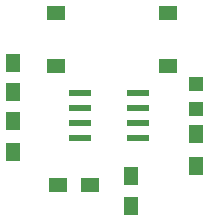
<source format=gbr>
G04 #@! TF.FileFunction,Paste,Top*
%FSLAX46Y46*%
G04 Gerber Fmt 4.6, Leading zero omitted, Abs format (unit mm)*
G04 Created by KiCad (PCBNEW 4.0.4-stable) date 10/20/17 11:10:49*
%MOMM*%
%LPD*%
G01*
G04 APERTURE LIST*
%ADD10C,0.100000*%
%ADD11R,1.250000X1.500000*%
%ADD12R,1.300000X1.500000*%
%ADD13R,1.500000X1.300000*%
%ADD14R,1.550000X1.300000*%
%ADD15R,1.198880X1.198880*%
%ADD16R,1.981200X0.558800*%
G04 APERTURE END LIST*
D10*
D11*
X132790000Y-98860000D03*
X132790000Y-101360000D03*
X122800000Y-91730000D03*
X122800000Y-89230000D03*
D12*
X122760000Y-94130000D03*
X122760000Y-96830000D03*
D13*
X126600000Y-99620000D03*
X129300000Y-99620000D03*
D14*
X126450000Y-85040000D03*
X126450000Y-89540000D03*
X135950000Y-89540000D03*
X135950000Y-85040000D03*
D15*
X138280000Y-91030980D03*
X138280000Y-93129020D03*
D12*
X138280000Y-95280000D03*
X138280000Y-97980000D03*
D16*
X133373800Y-95585000D03*
X133373800Y-94315000D03*
X133373800Y-93045000D03*
X133373800Y-91775000D03*
X128446200Y-91775000D03*
X128446200Y-93045000D03*
X128446200Y-94315000D03*
X128446200Y-95585000D03*
M02*

</source>
